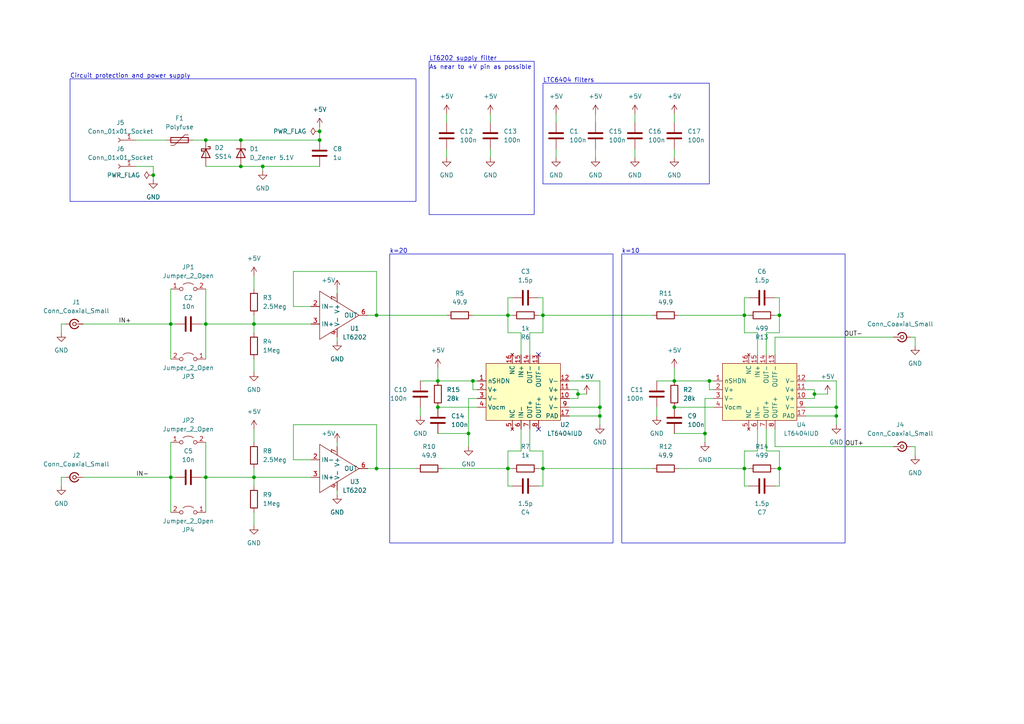
<source format=kicad_sch>
(kicad_sch (version 20230121) (generator eeschema)
  (paper "A4")
  (lib_symbols
    (symbol "Connector:Conn_01x01_Socket" (pin_names (offset 1.016) hide)
      (property "Reference" "J" (at 0 2.54 0))
      (property "Value" "Conn_01x01_Socket" (at 0 -2.54 0))
      (symbol "Conn_01x01_Socket_1_1"
        (polyline (pts (xy -1.27 0) (xy -0.508 0)) (stroke (width 0.1524)))
        (arc (start 0 0.508) (mid -0.5058 0) (end 0 -0.508) (stroke (width 0.1524)))
        (pin passive line (at -5.08 0 0) (length 3.81) (name "Pin_1") (number "1"))
      )
    )
    (symbol "Connector:Conn_Coaxial_Small" (pin_numbers hide) (pin_names (offset 1.016) hide)
      (property "Reference" "J" (at 0.254 3.048 0))
      (property "Value" "Conn_Coaxial_Small" (at 0 -3.81 0))
      (symbol "Conn_Coaxial_Small_0_1"
        (polyline (pts (xy -2.54 0) (xy -0.508 0)))
        (circle (center 0 0) (radius 0.508) (stroke (width 0.2032)))
      )
      (symbol "Conn_Coaxial_Small_1_1"
        (arc (start -1.1916 -0.6311) (mid 0.327 -1.3081) (end 1.3484 0.0039) (stroke (width 0.3048)))
        (arc (start 1.3484 -0.0039) (mid 0.327 1.3081) (end -1.1916 0.6311) (stroke (width 0.3048)))
        (pin passive line (at -2.54 0 0) (length 1.27) (name "In") (number "1"))
        (pin passive line (at 2.54 0 180) (length 1.27) (name "Ext") (number "2"))
      )
    )
    (symbol "Device:C" (pin_numbers hide) (pin_names (offset 0.254))
      (property "Reference" "C" (at 0.635 2.54 0))
      (property "Value" "C" (at 0.635 -2.54 0))
      (symbol "C_0_1"
        (polyline (pts (xy -2.032 -0.762) (xy 2.032 -0.762)) (stroke (width 0.508)))
        (polyline (pts (xy -2.032 0.762) (xy 2.032 0.762)) (stroke (width 0.508)))
      )
      (symbol "C_1_1"
        (pin passive line (at 0 3.81 270) (length 2.794) (name "~") (number "1"))
        (pin passive line (at 0 -3.81 90) (length 2.794) (name "~") (number "2"))
      )
    )
    (symbol "Device:D_Zener" (pin_numbers hide) (pin_names (offset 1.016) hide)
      (property "Reference" "D" (at 0 2.54 0))
      (property "Value" "D_Zener" (at 0 -2.54 0))
      (symbol "D_Zener_0_1"
        (polyline (pts (xy 1.27 0) (xy -1.27 0)))
        (polyline (pts (xy -1.27 -1.27) (xy -1.27 1.27) (xy -0.762 1.27)) (stroke (width 0.254)))
        (polyline (pts (xy 1.27 -1.27) (xy 1.27 1.27) (xy -1.27 0) (xy 1.27 -1.27)) (stroke (width 0.254)))
      )
      (symbol "D_Zener_1_1"
        (pin passive line (at -3.81 0 0) (length 2.54) (name "K") (number "1"))
        (pin passive line (at 3.81 0 180) (length 2.54) (name "A") (number "2"))
      )
    )
    (symbol "Device:Polyfuse" (pin_numbers hide) (pin_names (offset 0))
      (property "Reference" "F" (at -2.54 0 90))
      (property "Value" "Polyfuse" (at 2.54 0 90))
      (symbol "Polyfuse_0_1"
        (rectangle (start -0.762 2.54) (end 0.762 -2.54) (stroke (width 0.254)))
        (polyline (pts (xy 0 2.54) (xy 0 -2.54)))
        (polyline (pts (xy -1.524 2.54) (xy -1.524 1.524) (xy 1.524 -1.524) (xy 1.524 -2.54)))
      )
      (symbol "Polyfuse_1_1"
        (pin passive line (at 0 3.81 270) (length 1.27) (name "~") (number "1"))
        (pin passive line (at 0 -3.81 90) (length 1.27) (name "~") (number "2"))
      )
    )
    (symbol "Device:R" (pin_numbers hide) (pin_names (offset 0))
      (property "Reference" "R" (at 2.032 0 90))
      (property "Value" "R" (at 0 0 90))
      (symbol "R_0_1"
        (rectangle (start -1.016 -2.54) (end 1.016 2.54) (stroke (width 0.254)))
      )
      (symbol "R_1_1"
        (pin passive line (at 0 3.81 270) (length 1.27) (name "~") (number "1"))
        (pin passive line (at 0 -3.81 90) (length 1.27) (name "~") (number "2"))
      )
    )
    (symbol "Diode:SS14" (pin_numbers hide) (pin_names (offset 1.016) hide)
      (property "Reference" "D" (at 0 2.54 0))
      (property "Value" "SS14" (at 0 -2.54 0))
      (symbol "SS14_0_1"
        (polyline (pts (xy 1.27 0) (xy -1.27 0)))
        (polyline (pts (xy 1.27 1.27) (xy 1.27 -1.27) (xy -1.27 0) (xy 1.27 1.27)) (stroke (width 0.254)))
        (polyline (pts (xy -1.905 0.635) (xy -1.905 1.27) (xy -1.27 1.27) (xy -1.27 -1.27) (xy -0.635 -1.27) (xy -0.635 -0.635)) (stroke (width 0.254)))
      )
      (symbol "SS14_1_1"
        (pin passive line (at -3.81 0 0) (length 2.54) (name "K") (number "1"))
        (pin passive line (at 3.81 0 180) (length 2.54) (name "A") (number "2"))
      )
    )
    (symbol "Jumper:Jumper_2_Open" (pin_names (offset 0) hide)
      (property "Reference" "JP" (at 0 2.794 0))
      (property "Value" "Jumper_2_Open" (at 0 -2.286 0))
      (symbol "Jumper_2_Open_0_0"
        (circle (center -2.032 0) (radius 0.508))
        (circle (center 2.032 0) (radius 0.508))
      )
      (symbol "Jumper_2_Open_0_1"
        (arc (start 1.524 1.27) (mid 0 1.778) (end -1.524 1.27))
      )
      (symbol "Jumper_2_Open_1_1"
        (pin passive line (at -5.08 0 0) (length 2.54) (name "A") (number "1"))
        (pin passive line (at 5.08 0 180) (length 2.54) (name "B") (number "2"))
      )
    )
    (symbol "LT6202:LT6202"
      (property "Reference" "U" (at 3.81 -3.81 0))
      (symbol "LT6202_0_1"
        (polyline (pts (xy -5.08 -6.985) (xy -5.08 6.985)))
        (polyline (pts (xy -5.08 -6.985) (xy 6.35 0)))
        (polyline (pts (xy -5.08 6.985) (xy 6.35 0)))
      )
      (symbol "LT6202_1_1"
        (pin input line (at -7.62 2.54 0) (length 2.54) (name "IN-") (number "2"))
        (pin input line (at -7.62 -2.54 0) (length 2.54) (name "IN+") (number "3"))
        (pin power_in line (at 0 -6.35 90) (length 2.54) (name "V-") (number "4"))
        (pin output line (at 8.89 0 180) (length 2.54) (name "OUT") (number "6"))
        (pin power_in line (at 0 6.35 270) (length 2.54) (name "V+") (number "7"))
      )
    )
    (symbol "LT6404IUD_1"
      (property "Reference" "U" (at 22.225 0 0))
      (property "Value" "LT6404IUD" (at 22.86 -1.905 0))
      (symbol "LT6404IUD_1_1_1"
        (rectangle (start 0 17.145) (end 21.59 0.635) (fill (type background)))
        (pin input line (at -2.54 12.065 0) (length 2.54) (name "nSHDN") (number "1"))
        (pin power_in line (at 24.13 6.985 180) (length 2.54) (name "V+") (number "10"))
        (pin power_in line (at 24.13 9.525 180) (length 2.54) (name "V+") (number "11"))
        (pin power_in line (at 24.13 12.065 180) (length 2.54) (name "V-") (number "12"))
        (pin output line (at 15.24 19.685 270) (length 2.54) (name "OUTF-") (number "13"))
        (pin output line (at 12.7 19.685 270) (length 2.54) (name "OUT-") (number "14"))
        (pin input line (at 10.16 19.685 270) (length 2.54) (name "IN+") (number "15"))
        (pin no_connect line (at 7.62 19.685 270) (length 2.54) (name "NC") (number "16"))
        (pin power_in line (at 24.13 1.905 180) (length 2.54) (name "PAD") (number "17"))
        (pin power_in line (at -2.54 9.525 0) (length 2.54) (name "V+") (number "2"))
        (pin power_in line (at -2.54 6.985 0) (length 2.54) (name "V-") (number "3"))
        (pin input line (at -2.54 4.445 0) (length 2.54) (name "Vocm") (number "4"))
        (pin no_connect line (at 7.62 -1.905 90) (length 2.54) (name "NC") (number "5"))
        (pin input line (at 10.16 -1.905 90) (length 2.54) (name "IN-") (number "6"))
        (pin output line (at 12.7 -1.905 90) (length 2.54) (name "OUT+") (number "7"))
        (pin output line (at 15.24 -1.905 90) (length 2.54) (name "OUTF+") (number "8"))
        (pin power_in line (at 24.13 4.445 180) (length 2.54) (name "V-") (number "9"))
      )
    )
    (symbol "LTC6404IUD:LT6404IUD"
      (property "Reference" "U" (at 22.225 0 0))
      (property "Value" "LT6404IUD" (at 22.86 -1.905 0))
      (symbol "LT6404IUD_1_1"
        (rectangle (start 0 17.145) (end 21.59 0.635) (fill (type background)))
        (pin input line (at -2.54 12.065 0) (length 2.54) (name "nSHDN") (number "1"))
        (pin power_in line (at 24.13 6.985 180) (length 2.54) (name "V+") (number "10"))
        (pin power_in line (at 24.13 9.525 180) (length 2.54) (name "V+") (number "11"))
        (pin power_in line (at 24.13 12.065 180) (length 2.54) (name "V-") (number "12"))
        (pin output line (at 15.24 19.685 270) (length 2.54) (name "OUTF-") (number "13"))
        (pin output line (at 12.7 19.685 270) (length 2.54) (name "OUT-") (number "14"))
        (pin input line (at 10.16 19.685 270) (length 2.54) (name "IN+") (number "15"))
        (pin no_connect line (at 7.62 19.685 270) (length 2.54) (name "NC") (number "16"))
        (pin power_in line (at 24.13 1.905 180) (length 2.54) (name "PAD") (number "17"))
        (pin power_in line (at -2.54 9.525 0) (length 2.54) (name "V+") (number "2"))
        (pin power_in line (at -2.54 6.985 0) (length 2.54) (name "V-") (number "3"))
        (pin input line (at -2.54 4.445 0) (length 2.54) (name "Vocm") (number "4"))
        (pin no_connect line (at 7.62 -1.905 90) (length 2.54) (name "NC") (number "5"))
        (pin input line (at 10.16 -1.905 90) (length 2.54) (name "IN-") (number "6"))
        (pin output line (at 12.7 -1.905 90) (length 2.54) (name "OUT+") (number "7"))
        (pin output line (at 15.24 -1.905 90) (length 2.54) (name "OUTF+") (number "8"))
        (pin power_in line (at 24.13 4.445 180) (length 2.54) (name "V-") (number "9"))
      )
    )
    (symbol "power:+5V" (power) (pin_names (offset 0))
      (property "Value" "+5V" (at 0 3.556 0))
      (symbol "+5V_0_1"
        (polyline (pts (xy -0.762 1.27) (xy 0 2.54)))
        (polyline (pts (xy 0 0) (xy 0 2.54)))
        (polyline (pts (xy 0 2.54) (xy 0.762 1.27)))
      )
      (symbol "+5V_1_1"
        (pin power_in line (at 0 0 90) (length 0) hide (name "+5V") (number "1"))
      )
    )
    (symbol "power:GND" (power) (pin_names (offset 0))
      (property "Value" "GND" (at 0 -3.81 0))
      (symbol "GND_0_1"
        (polyline (pts (xy 0 0) (xy 0 -1.27) (xy 1.27 -1.27) (xy 0 -2.54) (xy -1.27 -1.27) (xy 0 -1.27)))
      )
      (symbol "GND_1_1"
        (pin power_in line (at 0 0 270) (length 0) hide (name "GND") (number "1"))
      )
    )
    (symbol "power:PWR_FLAG" (power) (pin_numbers hide) (pin_names (offset 0) hide)
      (property "Value" "PWR_FLAG" (at 0 3.81 0))
      (symbol "PWR_FLAG_0_0"
        (pin power_out line (at 0 0 90) (length 0) (name "pwr") (number "1"))
      )
      (symbol "PWR_FLAG_0_1"
        (polyline (pts (xy 0 0) (xy 0 1.27) (xy -1.016 1.905) (xy 0 2.54) (xy 1.016 1.905) (xy 0 1.27)))
      )
    )
  )
  (junction (at 195.58 118.11))
  (junction (at 127 118.11))
  (junction (at 173.99 120.65))
  (junction (at 92.71 38.1))
  (junction (at 215.9 135.89))
  (junction (at 59.69 93.98))
  (junction (at 59.69 138.43))
  (junction (at 147.32 135.89))
  (junction (at 242.57 118.11))
  (junction (at 226.06 91.44))
  (junction (at 59.69 40.64))
  (junction (at 127 110.49))
  (junction (at 69.85 48.26))
  (junction (at 92.71 40.64))
  (junction (at 236.22 114.3))
  (junction (at 137.16 110.49))
  (junction (at 109.22 135.89))
  (junction (at 135.89 125.73))
  (junction (at 49.53 93.98))
  (junction (at 242.57 120.65))
  (junction (at 205.74 110.49))
  (junction (at 167.64 114.3))
  (junction (at 157.48 91.44))
  (junction (at 173.99 118.11))
  (junction (at 69.85 40.64))
  (junction (at 157.48 135.89))
  (junction (at 204.47 125.73))
  (junction (at 44.45 50.8))
  (junction (at 195.58 110.49))
  (junction (at 109.22 91.44))
  (junction (at 73.66 93.98))
  (junction (at 147.32 91.44))
  (junction (at 76.2 48.26))
  (junction (at 215.9 91.44))
  (junction (at 73.66 138.43))
  (junction (at 49.53 138.43))
  (junction (at 226.06 135.89))
  (no_connect (at 156.21 102.87))
  (no_connect (at 156.21 124.46))
  (wire (pts (xy 196.85 91.44) (xy 215.9 91.44)))
  (wire (pts (xy 135.89 115.57) (xy 135.89 125.73)))
  (wire (pts (xy 215.9 135.89) (xy 215.9 140.97)))
  (wire (pts (xy 236.22 115.57) (xy 233.68 115.57)))
  (wire (pts (xy 127 110.49) (xy 127 106.68)))
  (wire (pts (xy 207.01 110.49) (xy 205.74 110.49)))
  (wire (pts (xy 153.67 96.52) (xy 157.48 96.52)))
  (wire (pts (xy 242.57 110.49) (xy 242.57 118.11)))
  (wire (pts (xy 92.71 38.1) (xy 92.71 40.64)))
  (wire (pts (xy 59.69 83.82) (xy 59.69 93.98)))
  (wire (pts (xy 151.13 130.81) (xy 147.32 130.81)))
  (wire (pts (xy 224.79 129.54) (xy 259.08 129.54)))
  (wire (pts (xy 236.22 114.3) (xy 236.22 115.57)))
  (wire (pts (xy 151.13 102.87) (xy 151.13 96.52)))
  (wire (pts (xy 44.45 50.8) (xy 44.45 52.07)))
  (wire (pts (xy 236.22 114.3) (xy 240.03 114.3)))
  (wire (pts (xy 226.06 86.36) (xy 226.06 91.44)))
  (wire (pts (xy 205.74 110.49) (xy 205.74 113.03)))
  (wire (pts (xy 85.09 133.35) (xy 85.09 123.19)))
  (wire (pts (xy 73.66 138.43) (xy 90.17 138.43)))
  (wire (pts (xy 195.58 33.02) (xy 195.58 35.56)))
  (wire (pts (xy 233.68 120.65) (xy 242.57 120.65)))
  (wire (pts (xy 49.53 83.82) (xy 49.53 93.98)))
  (wire (pts (xy 85.09 88.9) (xy 90.17 88.9)))
  (wire (pts (xy 58.42 93.98) (xy 59.69 93.98)))
  (wire (pts (xy 161.29 45.72) (xy 161.29 43.18)))
  (wire (pts (xy 109.22 135.89) (xy 106.68 135.89)))
  (wire (pts (xy 44.45 48.26) (xy 44.45 50.8)))
  (wire (pts (xy 129.54 45.72) (xy 129.54 43.18)))
  (wire (pts (xy 165.1 120.65) (xy 173.99 120.65)))
  (wire (pts (xy 224.79 102.87) (xy 224.79 97.79)))
  (wire (pts (xy 195.58 110.49) (xy 195.58 106.68)))
  (wire (pts (xy 207.01 115.57) (xy 204.47 115.57)))
  (wire (pts (xy 73.66 93.98) (xy 73.66 96.52)))
  (wire (pts (xy 49.53 93.98) (xy 49.53 104.14)))
  (wire (pts (xy 226.06 130.81) (xy 226.06 135.89)))
  (wire (pts (xy 142.24 33.02) (xy 142.24 35.56)))
  (wire (pts (xy 222.25 96.52) (xy 222.25 102.87)))
  (wire (pts (xy 184.15 33.02) (xy 184.15 35.56)))
  (wire (pts (xy 73.66 80.01) (xy 73.66 83.82)))
  (wire (pts (xy 24.13 93.98) (xy 49.53 93.98)))
  (wire (pts (xy 215.9 86.36) (xy 215.9 91.44)))
  (wire (pts (xy 265.43 129.54) (xy 265.43 132.08)))
  (wire (pts (xy 129.54 33.02) (xy 129.54 35.56)))
  (wire (pts (xy 73.66 104.14) (xy 73.66 107.95)))
  (wire (pts (xy 147.32 130.81) (xy 147.32 135.89)))
  (wire (pts (xy 265.43 97.79) (xy 264.16 97.79)))
  (wire (pts (xy 128.27 135.89) (xy 147.32 135.89)))
  (wire (pts (xy 173.99 110.49) (xy 173.99 118.11)))
  (wire (pts (xy 59.69 93.98) (xy 73.66 93.98)))
  (wire (pts (xy 215.9 130.81) (xy 215.9 135.89)))
  (wire (pts (xy 69.85 48.26) (xy 76.2 48.26)))
  (wire (pts (xy 148.59 91.44) (xy 147.32 91.44)))
  (wire (pts (xy 97.79 128.27) (xy 97.79 129.54)))
  (wire (pts (xy 137.16 113.03) (xy 138.43 113.03)))
  (wire (pts (xy 207.01 118.11) (xy 195.58 118.11)))
  (wire (pts (xy 161.29 33.02) (xy 161.29 35.56)))
  (wire (pts (xy 157.48 135.89) (xy 157.48 140.97)))
  (wire (pts (xy 219.71 124.46) (xy 219.71 130.81)))
  (wire (pts (xy 217.17 135.89) (xy 215.9 135.89)))
  (wire (pts (xy 127 118.11) (xy 138.43 118.11)))
  (wire (pts (xy 226.06 135.89) (xy 226.06 140.97)))
  (wire (pts (xy 204.47 125.73) (xy 204.47 128.27)))
  (wire (pts (xy 219.71 130.81) (xy 215.9 130.81)))
  (wire (pts (xy 156.21 86.36) (xy 157.48 86.36)))
  (wire (pts (xy 73.66 93.98) (xy 90.17 93.98)))
  (wire (pts (xy 156.21 135.89) (xy 157.48 135.89)))
  (wire (pts (xy 233.68 113.03) (xy 236.22 113.03)))
  (wire (pts (xy 59.69 40.64) (xy 55.88 40.64)))
  (wire (pts (xy 157.48 130.81) (xy 157.48 135.89)))
  (wire (pts (xy 129.54 91.44) (xy 109.22 91.44)))
  (wire (pts (xy 226.06 140.97) (xy 224.79 140.97)))
  (wire (pts (xy 167.64 113.03) (xy 167.64 114.3)))
  (wire (pts (xy 92.71 36.83) (xy 92.71 38.1)))
  (wire (pts (xy 219.71 96.52) (xy 215.9 96.52)))
  (wire (pts (xy 173.99 118.11) (xy 173.99 120.65)))
  (wire (pts (xy 242.57 118.11) (xy 242.57 120.65)))
  (wire (pts (xy 233.68 110.49) (xy 242.57 110.49)))
  (wire (pts (xy 59.69 48.26) (xy 69.85 48.26)))
  (wire (pts (xy 17.78 93.98) (xy 19.05 93.98)))
  (wire (pts (xy 97.79 143.51) (xy 97.79 142.24)))
  (wire (pts (xy 215.9 96.52) (xy 215.9 91.44)))
  (wire (pts (xy 167.64 114.3) (xy 170.18 114.3)))
  (wire (pts (xy 17.78 138.43) (xy 17.78 140.97)))
  (wire (pts (xy 184.15 45.72) (xy 184.15 43.18)))
  (wire (pts (xy 73.66 91.44) (xy 73.66 93.98)))
  (wire (pts (xy 24.13 138.43) (xy 49.53 138.43)))
  (wire (pts (xy 157.48 91.44) (xy 157.48 96.52)))
  (wire (pts (xy 147.32 96.52) (xy 147.32 91.44)))
  (wire (pts (xy 127 110.49) (xy 137.16 110.49)))
  (wire (pts (xy 224.79 97.79) (xy 259.08 97.79)))
  (wire (pts (xy 222.25 96.52) (xy 226.06 96.52)))
  (wire (pts (xy 59.69 40.64) (xy 69.85 40.64)))
  (wire (pts (xy 173.99 118.11) (xy 165.1 118.11)))
  (wire (pts (xy 156.21 91.44) (xy 157.48 91.44)))
  (wire (pts (xy 121.92 110.49) (xy 127 110.49)))
  (wire (pts (xy 97.79 83.82) (xy 97.79 85.09)))
  (wire (pts (xy 195.58 110.49) (xy 205.74 110.49)))
  (wire (pts (xy 226.06 91.44) (xy 226.06 96.52)))
  (wire (pts (xy 49.53 138.43) (xy 50.8 138.43)))
  (wire (pts (xy 17.78 96.52) (xy 17.78 93.98)))
  (wire (pts (xy 195.58 45.72) (xy 195.58 43.18)))
  (wire (pts (xy 217.17 91.44) (xy 215.9 91.44)))
  (wire (pts (xy 148.59 135.89) (xy 147.32 135.89)))
  (wire (pts (xy 151.13 96.52) (xy 147.32 96.52)))
  (wire (pts (xy 147.32 135.89) (xy 147.32 140.97)))
  (wire (pts (xy 236.22 113.03) (xy 236.22 114.3)))
  (wire (pts (xy 73.66 135.89) (xy 73.66 138.43)))
  (wire (pts (xy 59.69 138.43) (xy 59.69 148.59)))
  (wire (pts (xy 224.79 124.46) (xy 224.79 129.54)))
  (wire (pts (xy 205.74 113.03) (xy 207.01 113.03)))
  (wire (pts (xy 167.64 115.57) (xy 165.1 115.57)))
  (wire (pts (xy 224.79 135.89) (xy 226.06 135.89)))
  (wire (pts (xy 137.16 91.44) (xy 147.32 91.44)))
  (wire (pts (xy 224.79 91.44) (xy 226.06 91.44)))
  (wire (pts (xy 265.43 100.33) (xy 265.43 97.79)))
  (wire (pts (xy 121.92 118.11) (xy 121.92 120.65)))
  (wire (pts (xy 219.71 96.52) (xy 219.71 102.87)))
  (wire (pts (xy 85.09 78.74) (xy 109.22 78.74)))
  (wire (pts (xy 109.22 123.19) (xy 109.22 135.89)))
  (wire (pts (xy 147.32 86.36) (xy 147.32 91.44)))
  (wire (pts (xy 151.13 124.46) (xy 151.13 130.81)))
  (wire (pts (xy 73.66 124.46) (xy 73.66 128.27)))
  (wire (pts (xy 109.22 135.89) (xy 120.65 135.89)))
  (wire (pts (xy 137.16 110.49) (xy 137.16 113.03)))
  (wire (pts (xy 39.37 40.64) (xy 48.26 40.64)))
  (wire (pts (xy 138.43 115.57) (xy 135.89 115.57)))
  (wire (pts (xy 49.53 138.43) (xy 49.53 148.59)))
  (wire (pts (xy 153.67 124.46) (xy 153.67 130.81)))
  (wire (pts (xy 222.25 130.81) (xy 226.06 130.81)))
  (wire (pts (xy 97.79 99.06) (xy 97.79 97.79)))
  (wire (pts (xy 217.17 140.97) (xy 215.9 140.97)))
  (wire (pts (xy 204.47 115.57) (xy 204.47 125.73)))
  (wire (pts (xy 167.64 114.3) (xy 167.64 115.57)))
  (wire (pts (xy 265.43 129.54) (xy 264.16 129.54)))
  (wire (pts (xy 76.2 48.26) (xy 92.71 48.26)))
  (wire (pts (xy 153.67 102.87) (xy 153.67 96.52)))
  (wire (pts (xy 190.5 118.11) (xy 190.5 120.65)))
  (wire (pts (xy 148.59 140.97) (xy 147.32 140.97)))
  (wire (pts (xy 242.57 120.65) (xy 242.57 123.19)))
  (wire (pts (xy 59.69 93.98) (xy 59.69 104.14)))
  (wire (pts (xy 85.09 133.35) (xy 90.17 133.35)))
  (wire (pts (xy 215.9 86.36) (xy 217.17 86.36)))
  (wire (pts (xy 172.72 33.02) (xy 172.72 35.56)))
  (wire (pts (xy 85.09 123.19) (xy 109.22 123.19)))
  (wire (pts (xy 92.71 40.64) (xy 69.85 40.64)))
  (wire (pts (xy 172.72 45.72) (xy 172.72 43.18)))
  (wire (pts (xy 224.79 86.36) (xy 226.06 86.36)))
  (wire (pts (xy 222.25 124.46) (xy 222.25 130.81)))
  (wire (pts (xy 242.57 118.11) (xy 233.68 118.11)))
  (wire (pts (xy 73.66 138.43) (xy 73.66 140.97)))
  (wire (pts (xy 85.09 88.9) (xy 85.09 78.74)))
  (wire (pts (xy 135.89 125.73) (xy 135.89 129.54)))
  (wire (pts (xy 39.37 48.26) (xy 44.45 48.26)))
  (wire (pts (xy 73.66 148.59) (xy 73.66 152.4)))
  (wire (pts (xy 153.67 130.81) (xy 157.48 130.81)))
  (wire (pts (xy 173.99 123.19) (xy 173.99 120.65)))
  (wire (pts (xy 109.22 91.44) (xy 106.68 91.44)))
  (wire (pts (xy 58.42 138.43) (xy 59.69 138.43)))
  (wire (pts (xy 59.69 138.43) (xy 73.66 138.43)))
  (wire (pts (xy 76.2 49.53) (xy 76.2 48.26)))
  (wire (pts (xy 195.58 125.73) (xy 204.47 125.73)))
  (wire (pts (xy 109.22 78.74) (xy 109.22 91.44)))
  (wire (pts (xy 190.5 110.49) (xy 195.58 110.49)))
  (wire (pts (xy 157.48 91.44) (xy 189.23 91.44)))
  (wire (pts (xy 196.85 135.89) (xy 215.9 135.89)))
  (wire (pts (xy 157.48 86.36) (xy 157.48 91.44)))
  (wire (pts (xy 142.24 45.72) (xy 142.24 43.18)))
  (wire (pts (xy 165.1 113.03) (xy 167.64 113.03)))
  (wire (pts (xy 49.53 128.27) (xy 49.53 138.43)))
  (wire (pts (xy 157.48 140.97) (xy 156.21 140.97)))
  (wire (pts (xy 157.48 135.89) (xy 189.23 135.89)))
  (wire (pts (xy 138.43 110.49) (xy 137.16 110.49)))
  (wire (pts (xy 147.32 86.36) (xy 148.59 86.36)))
  (wire (pts (xy 59.69 128.27) (xy 59.69 138.43)))
  (wire (pts (xy 165.1 110.49) (xy 173.99 110.49)))
  (wire (pts (xy 49.53 93.98) (xy 50.8 93.98)))
  (wire (pts (xy 127 125.73) (xy 135.89 125.73)))
  (wire (pts (xy 17.78 138.43) (xy 19.05 138.43)))
  (rectangle (start 20.32 22.86) (end 120.65 58.42))
  (rectangle (start 113.03 73.66) (end 177.8 157.48))
  (rectangle (start 124.46 17.78) (end 154.94 62.23))
  (rectangle (start 180.34 73.66) (end 245.11 157.48))
  (rectangle (start 157.48 24.13) (end 205.74 53.34))
  (text "LTC6404 filters" (at 157.48 24.13 0) (effects (font (size 1.27 1.27)) (justify left bottom)))
  (text "As near to +V pin as possible" (at 124.46 20.32 0) (effects (font (size 1.27 1.27)) (justify left bottom)))
  (text "k=10" (at 180.34 73.66 0) (effects (font (size 1.27 1.27)) (justify left bottom)))
  (text "Circuit protection and power supply" (at 20.32 22.86 0) (effects (font (size 1.27 1.27)) (justify left bottom)))
  (text "LT6202 supply filter" (at 124.46 17.78 0) (effects (font (size 1.27 1.27)) (justify left bottom)))
  (text "k=20" (at 113.03 73.66 0) (effects (font (size 1.27 1.27)) (justify left bottom)))
  (label "OUT+" (at 245.11 129.54 0))
  (label "IN+" (at 38.1 93.98 180))
  (label "OUT-" (at 250.19 97.79 180))
  (label "IN-" (at 43.18 138.43 180))
  (symbol (lib_id "Jumper:Jumper_2_Open") (at 54.61 104.14 0) (mirror y) (unit 1)
    (property "Reference" "JP3" (at 54.61 109.22 0))
    (property "Value" "Jumper_2_Open" (at 54.61 106.68 0))
    (property "Footprint" "Connector_PinSocket_1.27mm:PinSocket_1x02_P1.27mm_Vertical" (effects hide))
  )
  (symbol (lib_id "power:+5V") (at 195.58 106.68 0) (unit 1)
    (property "Reference" "#PWR021" (effects hide))
    (property "Value" "+5V" (at 195.58 101.6 0))
  )
  (symbol (lib_id "Device:R") (at 220.98 91.44 90) (mirror x) (unit 1)
    (property "Reference" "R13" (at 220.98 97.79 90))
    (property "Value" "499" (at 220.98 95.25 90))
    (property "Footprint" "Resistor_SMD:R_0603_1608Metric" (effects hide))
  )
  (symbol (lib_id "Connector:Conn_Coaxial_Small") (at 261.62 129.54 0) (unit 1)
    (property "Reference" "J4" (at 261.1004 123.19 0))
    (property "Value" "Conn_Coaxial_Small" (at 261.1004 125.73 0))
    (property "Footprint" "Connector_Coaxial:SMA_Amphenol_132289_EdgeMount" (effects hide))
    (property "Datasheet" " ~" (effects hide))
  )
  (symbol (lib_id "Device:C") (at 220.98 86.36 270) (mirror x) (unit 1)
    (property "Reference" "C6" (at 220.98 78.74 90))
    (property "Value" "1.5p" (at 220.98 81.28 90))
    (property "Footprint" "Capacitor_SMD:C_0603_1608Metric" (effects hide))
  )
  (symbol (lib_id "power:PWR_FLAG") (at 92.71 38.1 90) (unit 1)
    (property "Reference" "#FLG05" (effects hide))
    (property "Value" "PWR_FLAG" (at 88.9 38.1 90) (effects (justify left)))
  )
  (symbol (lib_id "power:+5V") (at 184.15 33.02 0) (unit 1)
    (property "Reference" "#PWR020" (effects hide))
    (property "Value" "+5V" (at 184.15 27.94 0))
  )
  (symbol (lib_id "Device:C") (at 161.29 39.37 0) (unit 1)
    (property "Reference" "C1" (at 165.1 38.1 0) (effects (justify left)))
    (property "Value" "100n" (at 165.1 40.64 0) (effects (justify left)))
    (property "Footprint" "Capacitor_SMD:C_0603_1608Metric" (effects hide))
  )
  (symbol (lib_id "power:+5V") (at 97.79 128.27 0) (unit 1)
    (property "Reference" "#PWR018" (effects hide))
    (property "Value" "+5V" (at 95.25 125.73 0))
  )
  (symbol (lib_id "Device:R") (at 193.04 91.44 90) (unit 1)
    (property "Reference" "R11" (at 193.04 85.09 90))
    (property "Value" "49.9" (at 193.04 87.63 90))
    (property "Footprint" "Resistor_SMD:R_0603_1608Metric" (effects hide))
  )
  (symbol (lib_id "Device:C") (at 195.58 121.92 180) (unit 1)
    (property "Reference" "C9" (at 199.39 120.65 0) (effects (justify right)))
    (property "Value" "100n" (at 199.39 123.19 0) (effects (justify right)))
    (property "Footprint" "Capacitor_SMD:C_0603_1608Metric" (effects hide))
  )
  (symbol (lib_id "power:GND") (at 173.99 123.19 0) (unit 1)
    (property "Reference" "#PWR015" (effects hide))
    (property "Value" "GND" (at 173.99 128.27 0))
  )
  (symbol (lib_id "LT6202:LT6202") (at 97.79 135.89 0) (unit 1)
    (property "Reference" "U3" (at 102.87 139.7 0))
    (property "Value" "LT6202" (at 102.87 142.24 0))
    (property "Footprint" "Package_SO:SO-8_3.9x4.9mm_P1.27mm" (effects hide))
    (property "Datasheet" "https://www.analog.com/media/en/technical-documentation/data-sheets/620234fd.pdf" (effects hide))
    (property "LCSC" "C672942" (effects hide))
  )
  (symbol (lib_id "Device:R") (at 73.66 132.08 0) (unit 1)
    (property "Reference" "R8" (at 76.2 130.81 0) (effects (justify left)))
    (property "Value" "2.5Meg" (at 76.2 133.35 0) (effects (justify left)))
    (property "Footprint" "Resistor_SMD:R_0603_1608Metric" (effects hide))
  )
  (symbol (lib_id "power:GND") (at 135.89 129.54 0) (unit 1)
    (property "Reference" "#PWR013" (effects hide))
    (property "Value" "GND" (at 135.89 134.62 0))
  )
  (symbol (lib_id "Connector:Conn_Coaxial_Small") (at 21.59 93.98 0) (mirror y) (unit 1)
    (property "Reference" "J1" (at 22.1096 87.63 0))
    (property "Value" "Conn_Coaxial_Small" (at 22.1096 90.17 0))
    (property "Footprint" "Connector_Coaxial:SMA_Amphenol_132289_EdgeMount" (effects hide))
    (property "Datasheet" " ~" (effects hide))
  )
  (symbol (lib_id "Device:R") (at 152.4 91.44 90) (mirror x) (unit 1)
    (property "Reference" "R6" (at 152.4 97.79 90))
    (property "Value" "1k" (at 152.4 95.25 90))
    (property "Footprint" "Resistor_SMD:R_0603_1608Metric" (effects hide))
  )
  (symbol (lib_id "power:+5V") (at 97.79 83.82 0) (unit 1)
    (property "Reference" "#PWR09" (effects hide))
    (property "Value" "+5V" (at 95.25 81.28 0))
  )
  (symbol (lib_id "Device:C") (at 121.92 114.3 0) (mirror y) (unit 1)
    (property "Reference" "C10" (at 118.11 113.03 0) (effects (justify left)))
    (property "Value" "100n" (at 118.11 115.57 0) (effects (justify left)))
    (property "Footprint" "Capacitor_SMD:C_0603_1608Metric" (effects hide))
  )
  (symbol (lib_id "Device:R") (at 124.46 135.89 90) (unit 1)
    (property "Reference" "R10" (at 124.46 129.54 90))
    (property "Value" "49.9" (at 124.46 132.08 90))
    (property "Footprint" "Resistor_SMD:R_0603_1608Metric" (effects hide))
  )
  (symbol (lib_id "Device:C") (at 220.98 140.97 90) (mirror x) (unit 1)
    (property "Reference" "C7" (at 220.98 148.59 90))
    (property "Value" "1.5p" (at 220.98 146.05 90))
    (property "Footprint" "Capacitor_SMD:C_0603_1608Metric" (effects hide))
  )
  (symbol (lib_id "Device:C") (at 172.72 39.37 0) (unit 1)
    (property "Reference" "C15" (at 176.53 38.1 0) (effects (justify left)))
    (property "Value" "100n" (at 176.53 40.64 0) (effects (justify left)))
    (property "Footprint" "Capacitor_SMD:C_0603_1608Metric" (effects hide))
  )
  (symbol (lib_id "power:GND") (at 265.43 132.08 0) (unit 1)
    (property "Reference" "#PWR026" (effects hide))
    (property "Value" "GND" (at 265.43 137.16 0))
  )
  (symbol (lib_id "Connector:Conn_01x01_Socket") (at 34.29 40.64 180) (unit 1)
    (property "Reference" "J5" (at 34.925 35.56 0))
    (property "Value" "Conn_01x01_Socket" (at 34.925 38.1 0))
    (property "Footprint" "Connector_PinSocket_2.54mm:PinSocket_1x01_P2.54mm_Vertical" (effects hide))
  )
  (symbol (lib_id "power:GND") (at 161.29 45.72 0) (unit 1)
    (property "Reference" "#PWR03" (effects hide))
    (property "Value" "GND" (at 161.29 50.8 0))
  )
  (symbol (lib_id "power:GND") (at 121.92 120.65 0) (unit 1)
    (property "Reference" "#PWR029" (effects hide))
    (property "Value" "GND" (at 121.92 125.73 0))
  )
  (symbol (lib_id "power:GND") (at 265.43 100.33 0) (unit 1)
    (property "Reference" "#PWR025" (effects hide))
    (property "Value" "GND" (at 265.43 105.41 0))
  )
  (symbol (lib_id "power:GND") (at 44.45 52.07 0) (unit 1)
    (property "Reference" "#PWR02" (effects hide))
    (property "Value" "GND" (at 44.45 57.15 0))
  )
  (symbol (lib_id "Connector:Conn_01x01_Socket") (at 34.29 48.26 180) (unit 1)
    (property "Reference" "J6" (at 34.925 43.18 0))
    (property "Value" "Conn_01x01_Socket" (at 34.925 45.72 0))
    (property "Footprint" "Connector_PinSocket_2.54mm:PinSocket_1x01_P2.54mm_Vertical" (effects hide))
  )
  (symbol (lib_id "power:+5V") (at 170.18 114.3 0) (unit 1)
    (property "Reference" "#PWR014" (effects hide))
    (property "Value" "+5V" (at 170.18 109.22 0))
  )
  (symbol (lib_id "power:GND") (at 242.57 123.19 0) (unit 1)
    (property "Reference" "#PWR024" (effects hide))
    (property "Value" "GND" (at 242.57 128.27 0))
  )
  (symbol (lib_id "power:GND") (at 97.79 143.51 0) (unit 1)
    (property "Reference" "#PWR019" (effects hide))
    (property "Value" "GND" (at 97.79 148.59 0))
  )
  (symbol (lib_id "LT6202:LT6202") (at 97.79 91.44 0) (unit 1)
    (property "Reference" "U1" (at 102.87 95.25 0))
    (property "Value" "LT6202" (at 102.87 97.79 0))
    (property "Footprint" "Package_SO:SO-8_3.9x4.9mm_P1.27mm" (effects hide))
    (property "Datasheet" "https://www.analog.com/media/en/technical-documentation/data-sheets/620234fd.pdf" (effects hide))
    (property "LCSC" "C672942" (effects hide))
  )
  (symbol (lib_id "power:GND") (at 195.58 45.72 0) (unit 1)
    (property "Reference" "#PWR037" (effects hide))
    (property "Value" "GND" (at 195.58 50.8 0))
  )
  (symbol (lib_id "Device:R") (at 73.66 100.33 0) (unit 1)
    (property "Reference" "R4" (at 76.2 99.06 0) (effects (justify left)))
    (property "Value" "1Meg" (at 76.2 101.6 0) (effects (justify left)))
    (property "Footprint" "Resistor_SMD:R_0603_1608Metric" (effects hide))
  )
  (symbol (lib_id "Device:D_Zener") (at 69.85 44.45 270) (unit 1)
    (property "Reference" "D1" (at 72.39 43.18 90) (effects (justify left)))
    (property "Value" "D_Zener 5.1V" (at 72.39 45.72 90) (effects (justify left)))
    (property "Footprint" "Package_TO_SOT_SMD:SOT-23-3" (effects hide))
    (property "LCSC" "C236173" (effects hide))
  )
  (symbol (lib_id "LTC6404IUD:LT6404IUD") (at 209.55 122.555 0) (unit 1)
    (property "Reference" "U4" (at 232.41 123.19 0))
    (property "Value" "LT6404IUD" (at 232.41 125.73 0))
    (property "Footprint" "Package_DFN_QFN:QFN-16-1EP_3x3mm_P0.5mm_EP1.45x1.45mm" (effects hide))
  )
  (symbol (lib_id "Jumper:Jumper_2_Open") (at 54.61 83.82 0) (unit 1)
    (property "Reference" "JP1" (at 54.61 77.47 0))
    (property "Value" "Jumper_2_Open" (at 54.61 80.01 0))
    (property "Footprint" "Connector_PinSocket_2.54mm:PinSocket_1x02_P2.54mm_Vertical" (effects hide))
  )
  (symbol (lib_id "power:+5V") (at 129.54 33.02 0) (unit 1)
    (property "Reference" "#PWR031" (effects hide))
    (property "Value" "+5V" (at 129.54 27.94 0))
  )
  (symbol (lib_id "Device:R") (at 73.66 144.78 0) (unit 1)
    (property "Reference" "R9" (at 76.2 143.51 0) (effects (justify left)))
    (property "Value" "1Meg" (at 76.2 146.05 0) (effects (justify left)))
    (property "Footprint" "Resistor_SMD:R_0603_1608Metric" (effects hide))
  )
  (symbol (lib_id "Device:C") (at 152.4 140.97 90) (mirror x) (unit 1)
    (property "Reference" "C4" (at 152.4 148.59 90))
    (property "Value" "1.5p" (at 152.4 146.05 90))
    (property "Footprint" "Capacitor_SMD:C_0603_1608Metric" (effects hide))
  )
  (symbol (lib_id "power:+5V") (at 142.24 33.02 0) (unit 1)
    (property "Reference" "#PWR033" (effects hide))
    (property "Value" "+5V" (at 142.24 27.94 0))
  )
  (symbol (lib_id "Device:R") (at 73.66 87.63 0) (unit 1)
    (property "Reference" "R3" (at 76.2 86.36 0) (effects (justify left)))
    (property "Value" "2.5Meg" (at 76.2 88.9 0) (effects (justify left)))
    (property "Footprint" "Resistor_SMD:R_0603_1608Metric" (effects hide))
  )
  (symbol (lib_id "Device:R") (at 152.4 135.89 270) (mirror x) (unit 1)
    (property "Reference" "R7" (at 152.4 129.54 90))
    (property "Value" "1k" (at 152.4 132.08 90))
    (property "Footprint" "Resistor_SMD:R_0603_1608Metric" (effects hide))
  )
  (symbol (lib_id "Device:C") (at 129.54 39.37 0) (unit 1)
    (property "Reference" "C12" (at 133.35 38.1 0) (effects (justify left)))
    (property "Value" "100n" (at 133.35 40.64 0) (effects (justify left)))
    (property "Footprint" "Capacitor_SMD:C_0603_1608Metric" (effects hide))
  )
  (symbol (lib_id "power:GND") (at 129.54 45.72 0) (unit 1)
    (property "Reference" "#PWR032" (effects hide))
    (property "Value" "GND" (at 129.54 50.8 0))
  )
  (symbol (lib_id "Connector:Conn_Coaxial_Small") (at 21.59 138.43 0) (mirror y) (unit 1)
    (property "Reference" "J2" (at 22.1096 132.08 0))
    (property "Value" "Conn_Coaxial_Small" (at 22.1096 134.62 0))
    (property "Footprint" "Connector_Coaxial:SMA_Amphenol_132289_EdgeMount" (effects hide))
    (property "Datasheet" " ~" (effects hide))
  )
  (symbol (lib_id "Device:R") (at 133.35 91.44 90) (unit 1)
    (property "Reference" "R5" (at 133.35 85.09 90))
    (property "Value" "49.9" (at 133.35 87.63 90))
    (property "Footprint" "Resistor_SMD:R_0603_1608Metric" (effects hide))
  )
  (symbol (lib_id "power:GND") (at 172.72 45.72 0) (unit 1)
    (property "Reference" "#PWR012" (effects hide))
    (property "Value" "GND" (at 172.72 50.8 0))
  )
  (symbol (lib_id "Device:C") (at 127 121.92 180) (unit 1)
    (property "Reference" "C14" (at 130.81 120.65 0) (effects (justify right)))
    (property "Value" "100n" (at 130.81 123.19 0) (effects (justify right)))
    (property "Footprint" "Capacitor_SMD:C_0603_1608Metric" (effects hide))
  )
  (symbol (lib_id "power:GND") (at 17.78 96.52 0) (mirror y) (unit 1)
    (property "Reference" "#PWR06" (effects hide))
    (property "Value" "GND" (at 17.78 101.6 0))
  )
  (symbol (lib_id "Device:R") (at 193.04 135.89 90) (unit 1)
    (property "Reference" "R12" (at 193.04 129.54 90))
    (property "Value" "49.9" (at 193.04 132.08 90))
    (property "Footprint" "Resistor_SMD:R_0603_1608Metric" (effects hide))
  )
  (symbol (lib_id "Device:Polyfuse") (at 52.07 40.64 90) (unit 1)
    (property "Reference" "F1" (at 52.07 34.29 90))
    (property "Value" "Polyfuse" (at 52.07 36.83 90))
    (property "Footprint" "Resistor_SMD:R_0603_1608Metric" (effects hide))
    (property "LCSC" "C883092" (effects hide))
  )
  (symbol (lib_id "power:GND") (at 73.66 107.95 0) (unit 1)
    (property "Reference" "#PWR08" (effects hide))
    (property "Value" "GND" (at 73.66 113.03 0))
  )
  (symbol (lib_id "power:+5V") (at 172.72 33.02 0) (unit 1)
    (property "Reference" "#PWR04" (effects hide))
    (property "Value" "+5V" (at 172.72 27.94 0))
  )
  (symbol (lib_id "Jumper:Jumper_2_Open") (at 54.61 128.27 0) (unit 1)
    (property "Reference" "JP2" (at 54.61 121.92 0))
    (property "Value" "Jumper_2_Open" (at 54.61 124.46 0))
    (property "Footprint" "Connector_PinSocket_2.54mm:PinSocket_1x02_P2.54mm_Vertical" (effects hide))
  )
  (symbol (lib_id "power:GND") (at 184.15 45.72 0) (unit 1)
    (property "Reference" "#PWR027" (effects hide))
    (property "Value" "GND" (at 184.15 50.8 0))
  )
  (symbol (lib_id "Device:C") (at 190.5 114.3 0) (mirror y) (unit 1)
    (property "Reference" "C11" (at 186.69 113.03 0) (effects (justify left)))
    (property "Value" "100n" (at 186.69 115.57 0) (effects (justify left)))
    (property "Footprint" "Capacitor_SMD:C_0603_1608Metric" (effects hide))
  )
  (symbol (lib_id "power:+5V") (at 195.58 33.02 0) (unit 1)
    (property "Reference" "#PWR028" (effects hide))
    (property "Value" "+5V" (at 195.58 27.94 0))
  )
  (symbol (lib_id "power:GND") (at 17.78 140.97 0) (mirror y) (unit 1)
    (property "Reference" "#PWR05" (effects hide))
    (property "Value" "GND" (at 17.78 146.05 0))
  )
  (symbol (lib_id "power:+5V") (at 92.71 36.83 0) (unit 1)
    (property "Reference" "#PWR036" (effects hide))
    (property "Value" "+5V" (at 92.71 31.75 0))
  )
  (symbol (lib_id "Device:C") (at 152.4 86.36 270) (mirror x) (unit 1)
    (property "Reference" "C3" (at 152.4 78.74 90))
    (property "Value" "1.5p" (at 152.4 81.28 90))
    (property "Footprint" "Capacitor_SMD:C_0603_1608Metric" (effects hide))
  )
  (symbol (lib_id "Device:R") (at 195.58 114.3 180) (unit 1)
    (property "Reference" "R2" (at 198.12 113.03 0) (effects (justify right)))
    (property "Value" "28k" (at 198.12 115.57 0) (effects (justify right)))
    (property "Footprint" "Resistor_SMD:R_0603_1608Metric" (effects hide))
  )
  (symbol (lib_id "Device:C") (at 54.61 138.43 90) (unit 1)
    (property "Reference" "C5" (at 54.61 130.81 90))
    (property "Value" "10n" (at 54.61 133.35 90))
    (property "Footprint" "Capacitor_SMD:C_0603_1608Metric" (effects hide))
  )
  (symbol (lib_id "power:GND") (at 73.66 152.4 0) (unit 1)
    (property "Reference" "#PWR017" (effects hide))
    (property "Value" "GND" (at 73.66 157.48 0))
  )
  (symbol (lib_id "power:+5V") (at 240.03 114.3 0) (unit 1)
    (property "Reference" "#PWR023" (effects hide))
    (property "Value" "+5V" (at 240.03 109.22 0))
  )
  (symbol (lib_id "Device:C") (at 92.71 44.45 0) (unit 1)
    (property "Reference" "C8" (at 96.52 43.18 0) (effects (justify left)))
    (property "Value" "1u" (at 96.52 45.72 0) (effects (justify left)))
    (property "Footprint" "Capacitor_SMD:C_0805_2012Metric" (effects hide))
  )
  (symbol (lib_id "Device:C") (at 142.24 39.37 0) (unit 1)
    (property "Reference" "C13" (at 146.05 38.1 0) (effects (justify left)))
    (property "Value" "100n" (at 146.05 40.64 0) (effects (justify left)))
    (property "Footprint" "Capacitor_SMD:C_0603_1608Metric" (effects hide))
  )
  (symbol (lib_id "power:GND") (at 204.47 128.27 0) (unit 1)
    (property "Reference" "#PWR022" (effects hide))
    (property "Value" "GND" (at 204.47 133.35 0))
  )
  (symbol (lib_id "power:GND") (at 142.24 45.72 0) (unit 1)
    (property "Reference" "#PWR034" (effects hide))
    (property "Value" "GND" (at 142.24 50.8 0))
  )
  (symbol (lib_id "power:+5V") (at 127 106.68 0) (unit 1)
    (property "Reference" "#PWR011" (effects hide))
    (property "Value" "+5V" (at 127 101.6 0))
  )
  (symbol (lib_id "Jumper:Jumper_2_Open") (at 54.61 148.59 0) (mirror y) (unit 1)
    (property "Reference" "JP4" (at 54.61 153.67 0))
    (property "Value" "Jumper_2_Open" (at 54.61 151.13 0))
    (property "Footprint" "Connector_PinSocket_1.27mm:PinSocket_1x02_P1.27mm_Vertical" (effects hide))
  )
  (symbol (lib_id "Device:C") (at 184.15 39.37 0) (unit 1)
    (property "Reference" "C16" (at 187.96 38.1 0) (effects (justify left)))
    (property "Value" "100n" (at 187.96 40.64 0) (effects (justify left)))
    (property "Footprint" "Capacitor_SMD:C_0603_1608Metric" (effects hide))
  )
  (symbol (lib_id "power:GND") (at 190.5 120.65 0) (unit 1)
    (property "Reference" "#PWR030" (effects hide))
    (property "Value" "GND" (at 190.5 125.73 0))
  )
  (symbol (lib_id "Device:R") (at 220.98 135.89 270) (mirror x) (unit 1)
    (property "Reference" "R14" (at 220.98 129.54 90))
    (property "Value" "499" (at 220.98 132.08 90))
    (property "Footprint" "Resistor_SMD:R_0603_1608Metric" (effects hide))
  )
  (symbol (lib_id "power:GND") (at 97.79 99.06 0) (unit 1)
    (property "Reference" "#PWR010" (effects hide))
    (property "Value" "GND" (at 97.79 104.14 0))
  )
  (symbol (lib_id "Device:C") (at 54.61 93.98 90) (unit 1)
    (property "Reference" "C2" (at 54.61 86.36 90))
    (property "Value" "10n" (at 54.61 88.9 90))
    (property "Footprint" "Capacitor_SMD:C_0603_1608Metric" (effects hide))
  )
  (symbol (lib_id "power:+5V") (at 73.66 80.01 0) (unit 1)
    (property "Reference" "#PWR07" (effects hide))
    (property "Value" "+5V" (at 73.66 74.93 0))
  )
  (symbol (lib_id "power:GND") (at 76.2 49.53 0) (unit 1)
    (property "Reference" "#PWR035" (effects hide))
    (property "Value" "GND" (at 76.2 54.61 0))
  )
  (symbol (lib_id "Device:R") (at 127 114.3 180) (unit 1)
    (property "Reference" "R15" (at 129.54 113.03 0) (effects (justify right)))
    (property "Value" "28k" (at 129.54 115.57 0) (effects (justify right)))
    (property "Footprint" "Resistor_SMD:R_0603_1608Metric" (effects hide))
  )
  (symbol (lib_id "Device:C") (at 195.58 39.37 0) (unit 1)
    (property "Reference" "C17" (at 199.39 38.1 0) (effects (justify left)))
    (property "Value" "100n" (at 199.39 40.64 0) (effects (justify left)))
    (property "Footprint" "Capacitor_SMD:C_0603_1608Metric" (effects hide))
  )
  (symbol (lib_id "power:+5V") (at 73.66 124.46 0) (unit 1)
    (property "Reference" "#PWR016" (effects hide))
    (property "Value" "+5V" (at 73.66 119.38 0))
  )
  (symbol (lib_id "Diode:SS14") (at 59.69 44.45 270) (unit 1)
    (property "Reference" "D2" (at 62.23 42.8625 90) (effects (justify left)))
    (property "Value" "SS14" (at 62.23 45.4025 90) (effects (justify left)))
    (property "Footprint" "Diode_SMD:D_SMA" (effects hide))
    (property "Datasheet" "https://www.vishay.com/docs/88746/ss12.pdf" (effects hide))
    (property "LCSC" "C2480" (effects hide))
  )
  (symbol (lib_id "power:+5V") (at 161.29 33.02 0) (unit 1)
    (property "Reference" "#PWR01" (effects hide))
    (property "Value" "+5V" (at 161.29 27.94 0))
  )
  (symbol (lib_id "power:PWR_FLAG") (at 44.45 50.8 90) (unit 1)
    (property "Reference" "#FLG04" (effects hide))
    (property "Value" "PWR_FLAG" (at 40.64 50.8 90) (effects (justify left)))
  )
  (symbol (lib_name "LT6404IUD_1") (lib_id "LTC6404IUD:LT6404IUD") (at 140.97 122.555 0) (unit 1)
    (property "Reference" "U2" (at 163.83 123.19 0))
    (property "Value" "LT6404IUD" (at 163.83 125.73 0))
    (property "Footprint" "Package_DFN_QFN:QFN-16-1EP_3x3mm_P0.5mm_EP1.45x1.45mm" (effects hide))
  )
  (symbol (lib_id "Connector:Conn_Coaxial_Small") (at 261.62 97.79 0) (unit 1)
    (property "Reference" "J3" (at 261.1004 91.44 0))
    (property "Value" "Conn_Coaxial_Small" (at 261.1004 93.98 0))
    (property "Footprint" "Connector_Coaxial:SMA_Amphenol_132289_EdgeMount" (effects hide))
    (property "Datasheet" " ~" (effects hide))
  )
)
</source>
